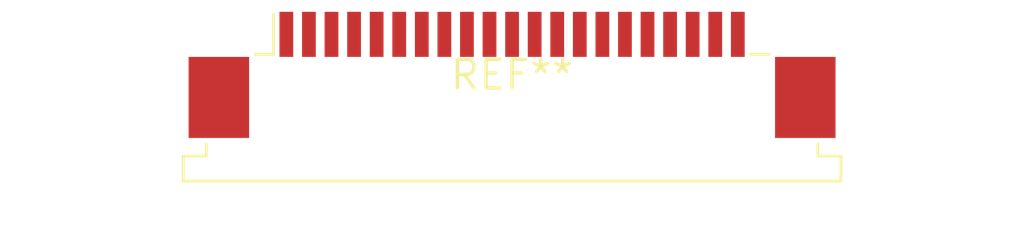
<source format=kicad_pcb>
(kicad_pcb (version 20240108) (generator pcbnew)
  (layers (0 "F.Cu" signal) (31 "B.Cu" signal) (34 "B.Paste" user) (35 "F.Paste" user) (36 "B.SilkS" user "B.Silkscreen") (37 "F.SilkS" user "F.Silkscreen") (38 "B.Mask" user) (39 "F.Mask" user) (44 "Edge.Cuts" user))
  (net 0 "")
  (footprint "TE_2-84953-1_1x21-1MP_P1.0mm_Horizontal" (layer "F.Cu") (at 0 0)
    (property "Reference" "REF**")
    (property "Value" "TE_2-84953-1_1x21-1MP_P1.0mm_Horizontal")
    (fp_line (start -14.57 3.6) (end -13.545 3.6) (layer "F.SilkS") (stroke (width 0.12)))
    (fp_line (start -14.57 4.71) (end -14.57 3.6) (layer "F.SilkS") (stroke (width 0.12)))
    (fp_line (start -13.545 3.6) (end -13.545 3.06) (layer "F.SilkS") (stroke (width 0.12)))
    (fp_line (start -11.39 -0.91) (end -10.565 -0.91) (layer "F.SilkS") (stroke (width 0.12)))
    (fp_line (start -10.565 -0.91) (end -10.565 -2.71) (layer "F.SilkS") (stroke (width 0.12)))
    (fp_line (start 10.565 -0.91) (end 11.39 -0.91) (layer "F.SilkS") (stroke (width 0.12)))
    (fp_line (start 13.545 3.06) (end 13.545 3.6) (layer "F.SilkS") (stroke (width 0.12)))
    (fp_line (start 13.545 3.6) (end 14.57 3.6) (layer "F.SilkS") (stroke (width 0.12)))
    (fp_line (start 14.57 3.6) (end 14.57 4.71) (layer "F.SilkS") (stroke (width 0.12)))
    (fp_line (start 14.57 4.71) (end -14.57 4.71) (layer "F.SilkS") (stroke (width 0.12)))
    (pad "1" smd rect (at -10 -1.8) (size 0.61 2) (layers "F.Cu" "F.Paste" "F.Mask"))
    (pad "2" smd rect (at -9 -1.8) (size 0.61 2) (layers "F.Cu" "F.Paste" "F.Mask"))
    (pad "3" smd rect (at -8 -1.8) (size 0.61 2) (layers "F.Cu" "F.Paste" "F.Mask"))
    (pad "4" smd rect (at -7 -1.8) (size 0.61 2) (layers "F.Cu" "F.Paste" "F.Mask"))
    (pad "5" smd rect (at -6 -1.8) (size 0.61 2) (layers "F.Cu" "F.Paste" "F.Mask"))
    (pad "6" smd rect (at -5 -1.8) (size 0.61 2) (layers "F.Cu" "F.Paste" "F.Mask"))
    (pad "7" smd rect (at -4 -1.8) (size 0.61 2) (layers "F.Cu" "F.Paste" "F.Mask"))
    (pad "8" smd rect (at -3 -1.8) (size 0.61 2) (layers "F.Cu" "F.Paste" "F.Mask"))
    (pad "9" smd rect (at -2 -1.8) (size 0.61 2) (layers "F.Cu" "F.Paste" "F.Mask"))
    (pad "10" smd rect (at -1 -1.8) (size 0.61 2) (layers "F.Cu" "F.Paste" "F.Mask"))
    (pad "11" smd rect (at 0 -1.8) (size 0.61 2) (layers "F.Cu" "F.Paste" "F.Mask"))
    (pad "12" smd rect (at 1 -1.8) (size 0.61 2) (layers "F.Cu" "F.Paste" "F.Mask"))
    (pad "13" smd rect (at 2 -1.8) (size 0.61 2) (layers "F.Cu" "F.Paste" "F.Mask"))
    (pad "14" smd rect (at 3 -1.8) (size 0.61 2) (layers "F.Cu" "F.Paste" "F.Mask"))
    (pad "15" smd rect (at 4 -1.8) (size 0.61 2) (layers "F.Cu" "F.Paste" "F.Mask"))
    (pad "16" smd rect (at 5 -1.8) (size 0.61 2) (layers "F.Cu" "F.Paste" "F.Mask"))
    (pad "17" smd rect (at 6 -1.8) (size 0.61 2) (layers "F.Cu" "F.Paste" "F.Mask"))
    (pad "18" smd rect (at 7 -1.8) (size 0.61 2) (layers "F.Cu" "F.Paste" "F.Mask"))
    (pad "19" smd rect (at 8 -1.8) (size 0.61 2) (layers "F.Cu" "F.Paste" "F.Mask"))
    (pad "20" smd rect (at 9 -1.8) (size 0.61 2) (layers "F.Cu" "F.Paste" "F.Mask"))
    (pad "21" smd rect (at 10 -1.8) (size 0.61 2) (layers "F.Cu" "F.Paste" "F.Mask"))
    (pad "MP" smd rect (at -12.99 1) (size 2.68 3.6) (layers "F.Cu" "F.Paste" "F.Mask"))
    (pad "MP" smd rect (at 12.99 1) (size 2.68 3.6) (layers "F.Cu" "F.Paste" "F.Mask"))
  )
)
</source>
